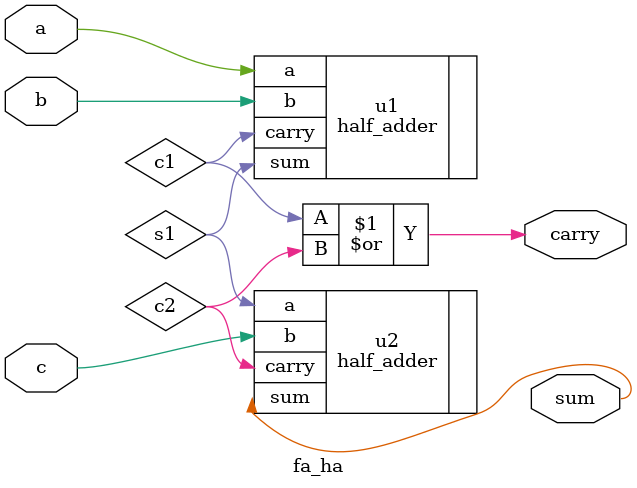
<source format=v>
module fa_ha(
    input a,b,c,
    output sum,carry
    );
    wire s1,c1,c2;

    half_adder u1(.a(a),.b(b),.sum(s1),.carry(c1));
    half_adder u2(.a(s1),.b(c),.sum(sum),.carry(c2));

    or(carry,c1,c2);
    endmodule



</source>
